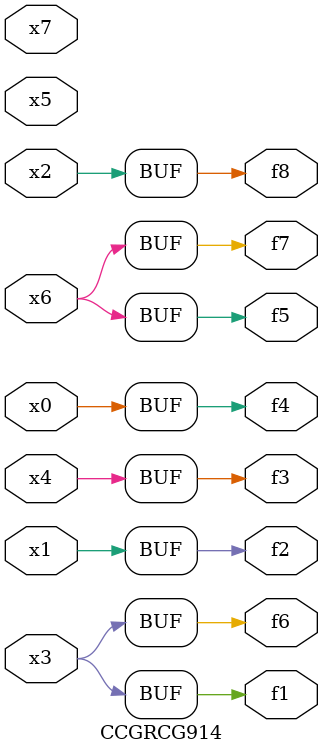
<source format=v>
module CCGRCG914(
	input x0, x1, x2, x3, x4, x5, x6, x7,
	output f1, f2, f3, f4, f5, f6, f7, f8
);
	assign f1 = x3;
	assign f2 = x1;
	assign f3 = x4;
	assign f4 = x0;
	assign f5 = x6;
	assign f6 = x3;
	assign f7 = x6;
	assign f8 = x2;
endmodule

</source>
